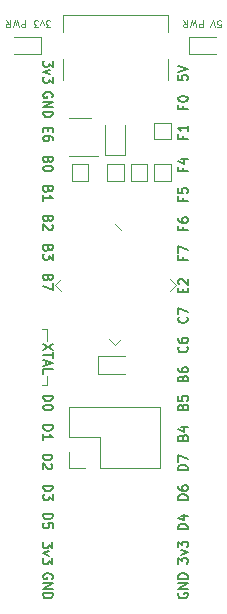
<source format=gbr>
%TF.GenerationSoftware,KiCad,Pcbnew,5.1.6-c6e7f7d~87~ubuntu18.04.1*%
%TF.CreationDate,2020-08-19T11:44:15-04:00*%
%TF.ProjectId,atmegaXu4_breakout,61746d65-6761-4587-9534-5f627265616b,rev?*%
%TF.SameCoordinates,Original*%
%TF.FileFunction,Legend,Top*%
%TF.FilePolarity,Positive*%
%FSLAX46Y46*%
G04 Gerber Fmt 4.6, Leading zero omitted, Abs format (unit mm)*
G04 Created by KiCad (PCBNEW 5.1.6-c6e7f7d~87~ubuntu18.04.1) date 2020-08-19 11:44:15*
%MOMM*%
%LPD*%
G01*
G04 APERTURE LIST*
%ADD10C,0.150000*%
%ADD11C,0.120000*%
%ADD12C,0.125000*%
G04 APERTURE END LIST*
D10*
X-6161904Y-32409523D02*
X-5361904Y-32409523D01*
X-5361904Y-32600000D01*
X-5400000Y-32714285D01*
X-5476190Y-32790476D01*
X-5552380Y-32828571D01*
X-5704761Y-32866666D01*
X-5819047Y-32866666D01*
X-5971428Y-32828571D01*
X-6047619Y-32790476D01*
X-6123809Y-32714285D01*
X-6161904Y-32600000D01*
X-6161904Y-32409523D01*
X-5438095Y-33171428D02*
X-5400000Y-33209523D01*
X-5361904Y-33285714D01*
X-5361904Y-33476190D01*
X-5400000Y-33552380D01*
X-5438095Y-33590476D01*
X-5514285Y-33628571D01*
X-5590476Y-33628571D01*
X-5704761Y-33590476D01*
X-6161904Y-33133333D01*
X-6161904Y-33628571D01*
D11*
X-5750000Y-26500000D02*
X-6250000Y-26500000D01*
X-5750000Y-25750000D02*
X-5750000Y-26500000D01*
X-5750000Y-21750000D02*
X-6250000Y-21750000D01*
X-5750000Y-22750000D02*
X-5750000Y-21750000D01*
D10*
X-5311904Y-23011904D02*
X-6111904Y-23545238D01*
X-5311904Y-23545238D02*
X-6111904Y-23011904D01*
X-5311904Y-23735714D02*
X-5311904Y-24192857D01*
X-6111904Y-23964285D02*
X-5311904Y-23964285D01*
X-5883333Y-24421428D02*
X-5883333Y-24802380D01*
X-6111904Y-24345238D02*
X-5311904Y-24611904D01*
X-6111904Y-24878571D01*
X-6111904Y-25526190D02*
X-6111904Y-25145238D01*
X-5311904Y-25145238D01*
X-5311904Y952380D02*
X-5311904Y457142D01*
X-5616666Y723809D01*
X-5616666Y609523D01*
X-5654761Y533333D01*
X-5692857Y495238D01*
X-5769047Y457142D01*
X-5959523Y457142D01*
X-6035714Y495238D01*
X-6073809Y533333D01*
X-6111904Y609523D01*
X-6111904Y838095D01*
X-6073809Y914285D01*
X-6035714Y952380D01*
X-5578571Y190476D02*
X-6111904Y0D01*
X-5578571Y-190476D01*
X-5311904Y-419047D02*
X-5311904Y-914285D01*
X-5616666Y-647619D01*
X-5616666Y-761904D01*
X-5654761Y-838095D01*
X-5692857Y-876190D01*
X-5769047Y-914285D01*
X-5959523Y-914285D01*
X-6035714Y-876190D01*
X-6073809Y-838095D01*
X-6111904Y-761904D01*
X-6111904Y-533333D01*
X-6073809Y-457142D01*
X-6035714Y-419047D01*
X-5350000Y-2140476D02*
X-5311904Y-2064285D01*
X-5311904Y-1950000D01*
X-5350000Y-1835714D01*
X-5426190Y-1759523D01*
X-5502380Y-1721428D01*
X-5654761Y-1683333D01*
X-5769047Y-1683333D01*
X-5921428Y-1721428D01*
X-5997619Y-1759523D01*
X-6073809Y-1835714D01*
X-6111904Y-1950000D01*
X-6111904Y-2026190D01*
X-6073809Y-2140476D01*
X-6035714Y-2178571D01*
X-5769047Y-2178571D01*
X-5769047Y-2026190D01*
X-6111904Y-2521428D02*
X-5311904Y-2521428D01*
X-6111904Y-2978571D01*
X-5311904Y-2978571D01*
X-6111904Y-3359523D02*
X-5311904Y-3359523D01*
X-5311904Y-3549999D01*
X-5350000Y-3664285D01*
X-5426190Y-3740476D01*
X-5502380Y-3778571D01*
X-5654761Y-3816666D01*
X-5769047Y-3816666D01*
X-5921428Y-3778571D01*
X-5997619Y-3740476D01*
X-6073809Y-3664285D01*
X-6111904Y-3549999D01*
X-6111904Y-3359523D01*
X-5692857Y-4697619D02*
X-5692857Y-4964285D01*
X-6111904Y-5078571D02*
X-6111904Y-4697619D01*
X-5311904Y-4697619D01*
X-5311904Y-5078571D01*
X-5311904Y-5764285D02*
X-5311904Y-5611904D01*
X-5350000Y-5535714D01*
X-5388095Y-5497619D01*
X-5502380Y-5421428D01*
X-5654761Y-5383333D01*
X-5959523Y-5383333D01*
X-6035714Y-5421428D01*
X-6073809Y-5459523D01*
X-6111904Y-5535714D01*
X-6111904Y-5688095D01*
X-6073809Y-5764285D01*
X-6035714Y-5802380D01*
X-5959523Y-5840476D01*
X-5769047Y-5840476D01*
X-5692857Y-5802380D01*
X-5654761Y-5764285D01*
X-5616666Y-5688095D01*
X-5616666Y-5535714D01*
X-5654761Y-5459523D01*
X-5692857Y-5421428D01*
X-5769047Y-5383333D01*
X-5692857Y-7426190D02*
X-5730952Y-7540476D01*
X-5769047Y-7578571D01*
X-5845238Y-7616666D01*
X-5959523Y-7616666D01*
X-6035714Y-7578571D01*
X-6073809Y-7540476D01*
X-6111904Y-7464285D01*
X-6111904Y-7159523D01*
X-5311904Y-7159523D01*
X-5311904Y-7426190D01*
X-5350000Y-7502380D01*
X-5388095Y-7540476D01*
X-5464285Y-7578571D01*
X-5540476Y-7578571D01*
X-5616666Y-7540476D01*
X-5654761Y-7502380D01*
X-5692857Y-7426190D01*
X-5692857Y-7159523D01*
X-5311904Y-8111904D02*
X-5311904Y-8188095D01*
X-5350000Y-8264285D01*
X-5388095Y-8302380D01*
X-5464285Y-8340476D01*
X-5616666Y-8378571D01*
X-5807142Y-8378571D01*
X-5959523Y-8340476D01*
X-6035714Y-8302380D01*
X-6073809Y-8264285D01*
X-6111904Y-8188095D01*
X-6111904Y-8111904D01*
X-6073809Y-8035714D01*
X-6035714Y-7997619D01*
X-5959523Y-7959523D01*
X-5807142Y-7921428D01*
X-5616666Y-7921428D01*
X-5464285Y-7959523D01*
X-5388095Y-7997619D01*
X-5350000Y-8035714D01*
X-5311904Y-8111904D01*
X-5692857Y-9926190D02*
X-5730952Y-10040476D01*
X-5769047Y-10078571D01*
X-5845238Y-10116666D01*
X-5959523Y-10116666D01*
X-6035714Y-10078571D01*
X-6073809Y-10040476D01*
X-6111904Y-9964285D01*
X-6111904Y-9659523D01*
X-5311904Y-9659523D01*
X-5311904Y-9926190D01*
X-5350000Y-10002380D01*
X-5388095Y-10040476D01*
X-5464285Y-10078571D01*
X-5540476Y-10078571D01*
X-5616666Y-10040476D01*
X-5654761Y-10002380D01*
X-5692857Y-9926190D01*
X-5692857Y-9659523D01*
X-6111904Y-10878571D02*
X-6111904Y-10421428D01*
X-6111904Y-10650000D02*
X-5311904Y-10650000D01*
X-5426190Y-10573809D01*
X-5502380Y-10497619D01*
X-5540476Y-10421428D01*
X-5692857Y-12426190D02*
X-5730952Y-12540476D01*
X-5769047Y-12578571D01*
X-5845238Y-12616666D01*
X-5959523Y-12616666D01*
X-6035714Y-12578571D01*
X-6073809Y-12540476D01*
X-6111904Y-12464285D01*
X-6111904Y-12159523D01*
X-5311904Y-12159523D01*
X-5311904Y-12426190D01*
X-5350000Y-12502380D01*
X-5388095Y-12540476D01*
X-5464285Y-12578571D01*
X-5540476Y-12578571D01*
X-5616666Y-12540476D01*
X-5654761Y-12502380D01*
X-5692857Y-12426190D01*
X-5692857Y-12159523D01*
X-5388095Y-12921428D02*
X-5350000Y-12959523D01*
X-5311904Y-13035714D01*
X-5311904Y-13226190D01*
X-5350000Y-13302380D01*
X-5388095Y-13340476D01*
X-5464285Y-13378571D01*
X-5540476Y-13378571D01*
X-5654761Y-13340476D01*
X-6111904Y-12883333D01*
X-6111904Y-13378571D01*
X-5692857Y-14926190D02*
X-5730952Y-15040476D01*
X-5769047Y-15078571D01*
X-5845238Y-15116666D01*
X-5959523Y-15116666D01*
X-6035714Y-15078571D01*
X-6073809Y-15040476D01*
X-6111904Y-14964285D01*
X-6111904Y-14659523D01*
X-5311904Y-14659523D01*
X-5311904Y-14926190D01*
X-5350000Y-15002380D01*
X-5388095Y-15040476D01*
X-5464285Y-15078571D01*
X-5540476Y-15078571D01*
X-5616666Y-15040476D01*
X-5654761Y-15002380D01*
X-5692857Y-14926190D01*
X-5692857Y-14659523D01*
X-5311904Y-15383333D02*
X-5311904Y-15878571D01*
X-5616666Y-15611904D01*
X-5616666Y-15726190D01*
X-5654761Y-15802380D01*
X-5692857Y-15840476D01*
X-5769047Y-15878571D01*
X-5959523Y-15878571D01*
X-6035714Y-15840476D01*
X-6073809Y-15802380D01*
X-6111904Y-15726190D01*
X-6111904Y-15497619D01*
X-6073809Y-15421428D01*
X-6035714Y-15383333D01*
X-5692857Y-17426190D02*
X-5730952Y-17540476D01*
X-5769047Y-17578571D01*
X-5845238Y-17616666D01*
X-5959523Y-17616666D01*
X-6035714Y-17578571D01*
X-6073809Y-17540476D01*
X-6111904Y-17464285D01*
X-6111904Y-17159523D01*
X-5311904Y-17159523D01*
X-5311904Y-17426190D01*
X-5350000Y-17502380D01*
X-5388095Y-17540476D01*
X-5464285Y-17578571D01*
X-5540476Y-17578571D01*
X-5616666Y-17540476D01*
X-5654761Y-17502380D01*
X-5692857Y-17426190D01*
X-5692857Y-17159523D01*
X-5311904Y-17883333D02*
X-5311904Y-18416666D01*
X-6111904Y-18073809D01*
X-6111904Y-27409523D02*
X-5311904Y-27409523D01*
X-5311904Y-27600000D01*
X-5350000Y-27714285D01*
X-5426190Y-27790476D01*
X-5502380Y-27828571D01*
X-5654761Y-27866666D01*
X-5769047Y-27866666D01*
X-5921428Y-27828571D01*
X-5997619Y-27790476D01*
X-6073809Y-27714285D01*
X-6111904Y-27600000D01*
X-6111904Y-27409523D01*
X-5311904Y-28361904D02*
X-5311904Y-28438095D01*
X-5350000Y-28514285D01*
X-5388095Y-28552380D01*
X-5464285Y-28590476D01*
X-5616666Y-28628571D01*
X-5807142Y-28628571D01*
X-5959523Y-28590476D01*
X-6035714Y-28552380D01*
X-6073809Y-28514285D01*
X-6111904Y-28438095D01*
X-6111904Y-28361904D01*
X-6073809Y-28285714D01*
X-6035714Y-28247619D01*
X-5959523Y-28209523D01*
X-5807142Y-28171428D01*
X-5616666Y-28171428D01*
X-5464285Y-28209523D01*
X-5388095Y-28247619D01*
X-5350000Y-28285714D01*
X-5311904Y-28361904D01*
X-6111904Y-29909523D02*
X-5311904Y-29909523D01*
X-5311904Y-30100000D01*
X-5350000Y-30214285D01*
X-5426190Y-30290476D01*
X-5502380Y-30328571D01*
X-5654761Y-30366666D01*
X-5769047Y-30366666D01*
X-5921428Y-30328571D01*
X-5997619Y-30290476D01*
X-6073809Y-30214285D01*
X-6111904Y-30100000D01*
X-6111904Y-29909523D01*
X-6111904Y-31128571D02*
X-6111904Y-30671428D01*
X-6111904Y-30900000D02*
X-5311904Y-30900000D01*
X-5426190Y-30823809D01*
X-5502380Y-30747619D01*
X-5540476Y-30671428D01*
X-6111904Y-35009523D02*
X-5311904Y-35009523D01*
X-5311904Y-35200000D01*
X-5350000Y-35314285D01*
X-5426190Y-35390476D01*
X-5502380Y-35428571D01*
X-5654761Y-35466666D01*
X-5769047Y-35466666D01*
X-5921428Y-35428571D01*
X-5997619Y-35390476D01*
X-6073809Y-35314285D01*
X-6111904Y-35200000D01*
X-6111904Y-35009523D01*
X-5311904Y-35733333D02*
X-5311904Y-36228571D01*
X-5616666Y-35961904D01*
X-5616666Y-36076190D01*
X-5654761Y-36152380D01*
X-5692857Y-36190476D01*
X-5769047Y-36228571D01*
X-5959523Y-36228571D01*
X-6035714Y-36190476D01*
X-6073809Y-36152380D01*
X-6111904Y-36076190D01*
X-6111904Y-35847619D01*
X-6073809Y-35771428D01*
X-6035714Y-35733333D01*
X-6111904Y-37409523D02*
X-5311904Y-37409523D01*
X-5311904Y-37600000D01*
X-5350000Y-37714285D01*
X-5426190Y-37790476D01*
X-5502380Y-37828571D01*
X-5654761Y-37866666D01*
X-5769047Y-37866666D01*
X-5921428Y-37828571D01*
X-5997619Y-37790476D01*
X-6073809Y-37714285D01*
X-6111904Y-37600000D01*
X-6111904Y-37409523D01*
X-5311904Y-38590476D02*
X-5311904Y-38209523D01*
X-5692857Y-38171428D01*
X-5654761Y-38209523D01*
X-5616666Y-38285714D01*
X-5616666Y-38476190D01*
X-5654761Y-38552380D01*
X-5692857Y-38590476D01*
X-5769047Y-38628571D01*
X-5959523Y-38628571D01*
X-6035714Y-38590476D01*
X-6073809Y-38552380D01*
X-6111904Y-38476190D01*
X-6111904Y-38285714D01*
X-6073809Y-38209523D01*
X-6035714Y-38171428D01*
X-5340864Y-39797619D02*
X-5340864Y-40292857D01*
X-5645626Y-40026190D01*
X-5645626Y-40140476D01*
X-5683721Y-40216666D01*
X-5721817Y-40254761D01*
X-5798007Y-40292857D01*
X-5988483Y-40292857D01*
X-6064674Y-40254761D01*
X-6102769Y-40216666D01*
X-6140864Y-40140476D01*
X-6140864Y-39911904D01*
X-6102769Y-39835714D01*
X-6064674Y-39797619D01*
X-5607531Y-40559523D02*
X-6140864Y-40750000D01*
X-5607531Y-40940476D01*
X-5340864Y-41169047D02*
X-5340864Y-41664285D01*
X-5645626Y-41397619D01*
X-5645626Y-41511904D01*
X-5683721Y-41588095D01*
X-5721817Y-41626190D01*
X-5798007Y-41664285D01*
X-5988483Y-41664285D01*
X-6064674Y-41626190D01*
X-6102769Y-41588095D01*
X-6140864Y-41511904D01*
X-6140864Y-41283333D01*
X-6102769Y-41207142D01*
X-6064674Y-41169047D01*
X-5363388Y-42890476D02*
X-5325292Y-42814285D01*
X-5325292Y-42700000D01*
X-5363388Y-42585714D01*
X-5439578Y-42509523D01*
X-5515768Y-42471428D01*
X-5668149Y-42433333D01*
X-5782435Y-42433333D01*
X-5934816Y-42471428D01*
X-6011007Y-42509523D01*
X-6087197Y-42585714D01*
X-6125292Y-42700000D01*
X-6125292Y-42776190D01*
X-6087197Y-42890476D01*
X-6049102Y-42928571D01*
X-5782435Y-42928571D01*
X-5782435Y-42776190D01*
X-6125292Y-43271428D02*
X-5325292Y-43271428D01*
X-6125292Y-43728571D01*
X-5325292Y-43728571D01*
X-6125292Y-44109523D02*
X-5325292Y-44109523D01*
X-5325292Y-44300000D01*
X-5363388Y-44414285D01*
X-5439578Y-44490476D01*
X-5515768Y-44528571D01*
X-5668149Y-44566666D01*
X-5782435Y-44566666D01*
X-5934816Y-44528571D01*
X-6011007Y-44490476D01*
X-6087197Y-44414285D01*
X-6125292Y-44300000D01*
X-6125292Y-44109523D01*
D12*
X-5506423Y3779140D02*
X-5877852Y3779140D01*
X-5677852Y4007712D01*
X-5763566Y4007712D01*
X-5820709Y4036283D01*
X-5849280Y4064854D01*
X-5877852Y4121997D01*
X-5877852Y4264854D01*
X-5849280Y4321997D01*
X-5820709Y4350569D01*
X-5763566Y4379140D01*
X-5592138Y4379140D01*
X-5534995Y4350569D01*
X-5506423Y4321997D01*
X-6077852Y3979140D02*
X-6220709Y4379140D01*
X-6363566Y3979140D01*
X-6534995Y3779140D02*
X-6906423Y3779140D01*
X-6706423Y4007712D01*
X-6792138Y4007712D01*
X-6849280Y4036283D01*
X-6877852Y4064854D01*
X-6906423Y4121997D01*
X-6906423Y4264854D01*
X-6877852Y4321997D01*
X-6849280Y4350569D01*
X-6792138Y4379140D01*
X-6620709Y4379140D01*
X-6563566Y4350569D01*
X-6534995Y4321997D01*
X-7620709Y4379140D02*
X-7620709Y3779140D01*
X-7849280Y3779140D01*
X-7906423Y3807712D01*
X-7934995Y3836283D01*
X-7963566Y3893426D01*
X-7963566Y3979140D01*
X-7934995Y4036283D01*
X-7906423Y4064854D01*
X-7849280Y4093426D01*
X-7620709Y4093426D01*
X-8163566Y3779140D02*
X-8306423Y4379140D01*
X-8420709Y3950569D01*
X-8534995Y4379140D01*
X-8677852Y3779140D01*
X-9249280Y4379140D02*
X-9049280Y4093426D01*
X-8906423Y4379140D02*
X-8906423Y3779140D01*
X-9134995Y3779140D01*
X-9192138Y3807712D01*
X-9220709Y3836283D01*
X-9249280Y3893426D01*
X-9249280Y3979140D01*
X-9220709Y4036283D01*
X-9192138Y4064854D01*
X-9134995Y4093426D01*
X-8906423Y4093426D01*
X8643576Y3779140D02*
X8929290Y3779140D01*
X8957862Y4064854D01*
X8929290Y4036283D01*
X8872147Y4007712D01*
X8729290Y4007712D01*
X8672147Y4036283D01*
X8643576Y4064854D01*
X8615004Y4121997D01*
X8615004Y4264854D01*
X8643576Y4321997D01*
X8672147Y4350569D01*
X8729290Y4379140D01*
X8872147Y4379140D01*
X8929290Y4350569D01*
X8957862Y4321997D01*
X8443576Y3779140D02*
X8243576Y4379140D01*
X8043576Y3779140D01*
X7386433Y4379140D02*
X7386433Y3779140D01*
X7157862Y3779140D01*
X7100719Y3807712D01*
X7072147Y3836283D01*
X7043576Y3893426D01*
X7043576Y3979140D01*
X7072147Y4036283D01*
X7100719Y4064854D01*
X7157862Y4093426D01*
X7386433Y4093426D01*
X6843576Y3779140D02*
X6700719Y4379140D01*
X6586433Y3950569D01*
X6472147Y4379140D01*
X6329290Y3779140D01*
X5757862Y4379140D02*
X5957862Y4093426D01*
X6100719Y4379140D02*
X6100719Y3779140D01*
X5872147Y3779140D01*
X5815004Y3807712D01*
X5786433Y3836283D01*
X5757862Y3893426D01*
X5757862Y3979140D01*
X5786433Y4036283D01*
X5815004Y4064854D01*
X5872147Y4093426D01*
X6100719Y4093426D01*
D10*
X5311904Y-256713D02*
X5311904Y-637666D01*
X5692857Y-675761D01*
X5654761Y-637666D01*
X5616666Y-561475D01*
X5616666Y-370999D01*
X5654761Y-294809D01*
X5692857Y-256713D01*
X5769047Y-218618D01*
X5959523Y-218618D01*
X6035714Y-256713D01*
X6073809Y-294809D01*
X6111904Y-370999D01*
X6111904Y-561475D01*
X6073809Y-637666D01*
X6035714Y-675761D01*
X5311904Y9952D02*
X6111904Y276619D01*
X5311904Y543286D01*
X5692857Y-2870999D02*
X5692857Y-3137666D01*
X6111904Y-3137666D02*
X5311904Y-3137666D01*
X5311904Y-2756713D01*
X5311904Y-2299571D02*
X5311904Y-2223380D01*
X5350000Y-2147190D01*
X5388095Y-2109094D01*
X5464285Y-2070999D01*
X5616666Y-2032904D01*
X5807142Y-2032904D01*
X5959523Y-2070999D01*
X6035714Y-2109094D01*
X6073809Y-2147190D01*
X6111904Y-2223380D01*
X6111904Y-2299571D01*
X6073809Y-2375761D01*
X6035714Y-2413856D01*
X5959523Y-2451952D01*
X5807142Y-2490047D01*
X5616666Y-2490047D01*
X5464285Y-2451952D01*
X5388095Y-2413856D01*
X5350000Y-2375761D01*
X5311904Y-2299571D01*
X5692857Y-5370999D02*
X5692857Y-5637666D01*
X6111904Y-5637666D02*
X5311904Y-5637666D01*
X5311904Y-5256713D01*
X6111904Y-4532904D02*
X6111904Y-4990047D01*
X6111904Y-4761475D02*
X5311904Y-4761475D01*
X5426190Y-4837666D01*
X5502380Y-4913856D01*
X5540476Y-4990047D01*
X5692857Y-8120999D02*
X5692857Y-8387666D01*
X6111904Y-8387666D02*
X5311904Y-8387666D01*
X5311904Y-8006713D01*
X5578571Y-7359094D02*
X6111904Y-7359094D01*
X5273809Y-7549571D02*
X5845238Y-7740047D01*
X5845238Y-7244809D01*
X5692857Y-10620999D02*
X5692857Y-10887666D01*
X6111904Y-10887666D02*
X5311904Y-10887666D01*
X5311904Y-10506713D01*
X5311904Y-9820999D02*
X5311904Y-10201952D01*
X5692857Y-10240047D01*
X5654761Y-10201952D01*
X5616666Y-10125761D01*
X5616666Y-9935285D01*
X5654761Y-9859094D01*
X5692857Y-9820999D01*
X5769047Y-9782904D01*
X5959523Y-9782904D01*
X6035714Y-9820999D01*
X6073809Y-9859094D01*
X6111904Y-9935285D01*
X6111904Y-10125761D01*
X6073809Y-10201952D01*
X6035714Y-10240047D01*
X5692857Y-13120999D02*
X5692857Y-13387666D01*
X6111904Y-13387666D02*
X5311904Y-13387666D01*
X5311904Y-13006713D01*
X5311904Y-12359094D02*
X5311904Y-12511475D01*
X5350000Y-12587666D01*
X5388095Y-12625761D01*
X5502380Y-12701952D01*
X5654761Y-12740047D01*
X5959523Y-12740047D01*
X6035714Y-12701952D01*
X6073809Y-12663856D01*
X6111904Y-12587666D01*
X6111904Y-12435285D01*
X6073809Y-12359094D01*
X6035714Y-12320999D01*
X5959523Y-12282904D01*
X5769047Y-12282904D01*
X5692857Y-12320999D01*
X5654761Y-12359094D01*
X5616666Y-12435285D01*
X5616666Y-12587666D01*
X5654761Y-12663856D01*
X5692857Y-12701952D01*
X5769047Y-12740047D01*
X5692857Y-15620999D02*
X5692857Y-15887666D01*
X6111904Y-15887666D02*
X5311904Y-15887666D01*
X5311904Y-15506713D01*
X5311904Y-15278142D02*
X5311904Y-14744809D01*
X6111904Y-15087666D01*
X5692857Y-18656713D02*
X5692857Y-18390047D01*
X6111904Y-18275761D02*
X6111904Y-18656713D01*
X5311904Y-18656713D01*
X5311904Y-18275761D01*
X5388095Y-17970999D02*
X5350000Y-17932904D01*
X5311904Y-17856713D01*
X5311904Y-17666237D01*
X5350000Y-17590047D01*
X5388095Y-17551952D01*
X5464285Y-17513856D01*
X5540476Y-17513856D01*
X5654761Y-17551952D01*
X6111904Y-18009094D01*
X6111904Y-17513856D01*
X6035714Y-20737666D02*
X6073809Y-20775761D01*
X6111904Y-20890047D01*
X6111904Y-20966237D01*
X6073809Y-21080523D01*
X5997619Y-21156713D01*
X5921428Y-21194809D01*
X5769047Y-21232904D01*
X5654761Y-21232904D01*
X5502380Y-21194809D01*
X5426190Y-21156713D01*
X5350000Y-21080523D01*
X5311904Y-20966237D01*
X5311904Y-20890047D01*
X5350000Y-20775761D01*
X5388095Y-20737666D01*
X5311904Y-20470999D02*
X5311904Y-19937666D01*
X6111904Y-20280523D01*
X6035714Y-23237666D02*
X6073809Y-23275761D01*
X6111904Y-23390047D01*
X6111904Y-23466237D01*
X6073809Y-23580523D01*
X5997619Y-23656713D01*
X5921428Y-23694809D01*
X5769047Y-23732904D01*
X5654761Y-23732904D01*
X5502380Y-23694809D01*
X5426190Y-23656713D01*
X5350000Y-23580523D01*
X5311904Y-23466237D01*
X5311904Y-23390047D01*
X5350000Y-23275761D01*
X5388095Y-23237666D01*
X5311904Y-22551952D02*
X5311904Y-22704333D01*
X5350000Y-22780523D01*
X5388095Y-22818618D01*
X5502380Y-22894809D01*
X5654761Y-22932904D01*
X5959523Y-22932904D01*
X6035714Y-22894809D01*
X6073809Y-22856713D01*
X6111904Y-22780523D01*
X6111904Y-22628142D01*
X6073809Y-22551952D01*
X6035714Y-22513856D01*
X5959523Y-22475761D01*
X5769047Y-22475761D01*
X5692857Y-22513856D01*
X5654761Y-22551952D01*
X5616666Y-22628142D01*
X5616666Y-22780523D01*
X5654761Y-22856713D01*
X5692857Y-22894809D01*
X5769047Y-22932904D01*
X5692857Y-25928142D02*
X5730952Y-25813856D01*
X5769047Y-25775761D01*
X5845238Y-25737666D01*
X5959523Y-25737666D01*
X6035714Y-25775761D01*
X6073809Y-25813856D01*
X6111904Y-25890047D01*
X6111904Y-26194809D01*
X5311904Y-26194809D01*
X5311904Y-25928142D01*
X5350000Y-25851952D01*
X5388095Y-25813856D01*
X5464285Y-25775761D01*
X5540476Y-25775761D01*
X5616666Y-25813856D01*
X5654761Y-25851952D01*
X5692857Y-25928142D01*
X5692857Y-26194809D01*
X5311904Y-25051952D02*
X5311904Y-25204333D01*
X5350000Y-25280523D01*
X5388095Y-25318618D01*
X5502380Y-25394809D01*
X5654761Y-25432904D01*
X5959523Y-25432904D01*
X6035714Y-25394809D01*
X6073809Y-25356713D01*
X6111904Y-25280523D01*
X6111904Y-25128142D01*
X6073809Y-25051952D01*
X6035714Y-25013856D01*
X5959523Y-24975761D01*
X5769047Y-24975761D01*
X5692857Y-25013856D01*
X5654761Y-25051952D01*
X5616666Y-25128142D01*
X5616666Y-25280523D01*
X5654761Y-25356713D01*
X5692857Y-25394809D01*
X5769047Y-25432904D01*
X5350000Y-44109523D02*
X5311904Y-44185714D01*
X5311904Y-44300000D01*
X5350000Y-44414285D01*
X5426190Y-44490476D01*
X5502380Y-44528571D01*
X5654761Y-44566666D01*
X5769047Y-44566666D01*
X5921428Y-44528571D01*
X5997619Y-44490476D01*
X6073809Y-44414285D01*
X6111904Y-44300000D01*
X6111904Y-44223809D01*
X6073809Y-44109523D01*
X6035714Y-44071428D01*
X5769047Y-44071428D01*
X5769047Y-44223809D01*
X6111904Y-43728571D02*
X5311904Y-43728571D01*
X6111904Y-43271428D01*
X5311904Y-43271428D01*
X6111904Y-42890476D02*
X5311904Y-42890476D01*
X5311904Y-42700000D01*
X5350000Y-42585714D01*
X5426190Y-42509523D01*
X5502380Y-42471428D01*
X5654761Y-42433333D01*
X5769047Y-42433333D01*
X5921428Y-42471428D01*
X5997619Y-42509523D01*
X6073809Y-42585714D01*
X6111904Y-42700000D01*
X6111904Y-42890476D01*
X5704424Y-28340234D02*
X5742519Y-28225948D01*
X5780614Y-28187853D01*
X5856805Y-28149758D01*
X5971090Y-28149758D01*
X6047281Y-28187853D01*
X6085376Y-28225948D01*
X6123471Y-28302139D01*
X6123471Y-28606901D01*
X5323471Y-28606901D01*
X5323471Y-28340234D01*
X5361567Y-28264044D01*
X5399662Y-28225948D01*
X5475852Y-28187853D01*
X5552043Y-28187853D01*
X5628233Y-28225948D01*
X5666328Y-28264044D01*
X5704424Y-28340234D01*
X5704424Y-28606901D01*
X5323471Y-27425948D02*
X5323471Y-27806901D01*
X5704424Y-27844996D01*
X5666328Y-27806901D01*
X5628233Y-27730710D01*
X5628233Y-27540234D01*
X5666328Y-27464044D01*
X5704424Y-27425948D01*
X5780614Y-27387853D01*
X5971090Y-27387853D01*
X6047281Y-27425948D01*
X6085376Y-27464044D01*
X6123471Y-27540234D01*
X6123471Y-27730710D01*
X6085376Y-27806901D01*
X6047281Y-27844996D01*
X5692857Y-30928142D02*
X5730952Y-30813856D01*
X5769047Y-30775761D01*
X5845238Y-30737666D01*
X5959523Y-30737666D01*
X6035714Y-30775761D01*
X6073809Y-30813856D01*
X6111904Y-30890047D01*
X6111904Y-31194809D01*
X5311904Y-31194809D01*
X5311904Y-30928142D01*
X5350000Y-30851952D01*
X5388095Y-30813856D01*
X5464285Y-30775761D01*
X5540476Y-30775761D01*
X5616666Y-30813856D01*
X5654761Y-30851952D01*
X5692857Y-30928142D01*
X5692857Y-31194809D01*
X5578571Y-30051952D02*
X6111904Y-30051952D01*
X5273809Y-30242428D02*
X5845238Y-30432904D01*
X5845238Y-29937666D01*
X6111904Y-33694809D02*
X5311904Y-33694809D01*
X5311904Y-33504333D01*
X5350000Y-33390047D01*
X5426190Y-33313856D01*
X5502380Y-33275761D01*
X5654761Y-33237666D01*
X5769047Y-33237666D01*
X5921428Y-33275761D01*
X5997619Y-33313856D01*
X6073809Y-33390047D01*
X6111904Y-33504333D01*
X6111904Y-33694809D01*
X5311904Y-32970999D02*
X5311904Y-32437666D01*
X6111904Y-32780523D01*
X6111904Y-36194809D02*
X5311904Y-36194809D01*
X5311904Y-36004333D01*
X5350000Y-35890047D01*
X5426190Y-35813856D01*
X5502380Y-35775761D01*
X5654761Y-35737666D01*
X5769047Y-35737666D01*
X5921428Y-35775761D01*
X5997619Y-35813856D01*
X6073809Y-35890047D01*
X6111904Y-36004333D01*
X6111904Y-36194809D01*
X5311904Y-35051952D02*
X5311904Y-35204333D01*
X5350000Y-35280523D01*
X5388095Y-35318618D01*
X5502380Y-35394809D01*
X5654761Y-35432904D01*
X5959523Y-35432904D01*
X6035714Y-35394809D01*
X6073809Y-35356713D01*
X6111904Y-35280523D01*
X6111904Y-35128142D01*
X6073809Y-35051952D01*
X6035714Y-35013856D01*
X5959523Y-34975761D01*
X5769047Y-34975761D01*
X5692857Y-35013856D01*
X5654761Y-35051952D01*
X5616666Y-35128142D01*
X5616666Y-35280523D01*
X5654761Y-35356713D01*
X5692857Y-35394809D01*
X5769047Y-35432904D01*
X5311904Y-41611271D02*
X5311904Y-41116033D01*
X5616666Y-41382700D01*
X5616666Y-41268414D01*
X5654761Y-41192224D01*
X5692857Y-41154129D01*
X5769047Y-41116033D01*
X5959523Y-41116033D01*
X6035714Y-41154129D01*
X6073809Y-41192224D01*
X6111904Y-41268414D01*
X6111904Y-41496986D01*
X6073809Y-41573176D01*
X6035714Y-41611271D01*
X5578571Y-40849367D02*
X6111904Y-40658891D01*
X5578571Y-40468414D01*
X5311904Y-40239843D02*
X5311904Y-39744605D01*
X5616666Y-40011271D01*
X5616666Y-39896986D01*
X5654761Y-39820795D01*
X5692857Y-39782700D01*
X5769047Y-39744605D01*
X5959523Y-39744605D01*
X6035714Y-39782700D01*
X6073809Y-39820795D01*
X6111904Y-39896986D01*
X6111904Y-40125557D01*
X6073809Y-40201748D01*
X6035714Y-40239843D01*
X6111904Y-38694809D02*
X5311904Y-38694809D01*
X5311904Y-38504333D01*
X5350000Y-38390047D01*
X5426190Y-38313856D01*
X5502380Y-38275761D01*
X5654761Y-38237666D01*
X5769047Y-38237666D01*
X5921428Y-38275761D01*
X5997619Y-38313856D01*
X6073809Y-38390047D01*
X6111904Y-38504333D01*
X6111904Y-38694809D01*
X5578571Y-37551952D02*
X6111904Y-37551952D01*
X5273809Y-37742428D02*
X5845238Y-37932904D01*
X5845238Y-37437666D01*
D11*
%TO.C,TP5*%
X-3700000Y-7800000D02*
X-2300000Y-7800000D01*
X-2300000Y-7800000D02*
X-2300000Y-9200000D01*
X-2300000Y-9200000D02*
X-3700000Y-9200000D01*
X-3700000Y-9200000D02*
X-3700000Y-7800000D01*
%TO.C,TP4*%
X-700000Y-7800000D02*
X700000Y-7800000D01*
X700000Y-7800000D02*
X700000Y-9200000D01*
X700000Y-9200000D02*
X-700000Y-9200000D01*
X-700000Y-9200000D02*
X-700000Y-7800000D01*
%TO.C,TP3*%
X3300000Y-4300000D02*
X4700000Y-4300000D01*
X4700000Y-4300000D02*
X4700000Y-5700000D01*
X4700000Y-5700000D02*
X3300000Y-5700000D01*
X3300000Y-5700000D02*
X3300000Y-4300000D01*
%TO.C,U1*%
X512652Y-13407341D02*
X0Y-12894689D01*
X0Y-23105311D02*
X512652Y-22592659D01*
X-512652Y-22592659D02*
X0Y-23105311D01*
X-5105311Y-18000000D02*
X-4592659Y-17487348D01*
X-4592659Y-18512652D02*
X-5105311Y-18000000D01*
X5105311Y-18000000D02*
X4592659Y-18512652D01*
X4592659Y-17487348D02*
X5105311Y-18000000D01*
%TO.C,J4*%
X-3930000Y-33530000D02*
X-3930000Y-32200000D01*
X-2600000Y-33530000D02*
X-3930000Y-33530000D01*
X-3930000Y-30930000D02*
X-3930000Y-28330000D01*
X-1330000Y-30930000D02*
X-3930000Y-30930000D01*
X-1330000Y-33530000D02*
X-1330000Y-30930000D01*
X-3930000Y-28330000D02*
X3810000Y-28330000D01*
X-1330000Y-33530000D02*
X3810000Y-33530000D01*
X3810000Y-33530000D02*
X3810000Y-28330000D01*
%TO.C,D4*%
X800000Y-24065000D02*
X-1485000Y-24065000D01*
X-1485000Y-24065000D02*
X-1485000Y-25535000D01*
X-1485000Y-25535000D02*
X800000Y-25535000D01*
%TO.C,D3*%
X-8550000Y1515000D02*
X-6265000Y1515000D01*
X-6265000Y1515000D02*
X-6265000Y2985000D01*
X-6265000Y2985000D02*
X-8550000Y2985000D01*
%TO.C,D2*%
X6265000Y1515000D02*
X8550000Y1515000D01*
X6265000Y2985000D02*
X6265000Y1515000D01*
X8550000Y2985000D02*
X6265000Y2985000D01*
%TO.C,TP2*%
X1300000Y-7800000D02*
X2700000Y-7800000D01*
X2700000Y-7800000D02*
X2700000Y-9200000D01*
X2700000Y-9200000D02*
X1300000Y-9200000D01*
X1300000Y-9200000D02*
X1300000Y-7800000D01*
%TO.C,TP1*%
X3300000Y-7800000D02*
X4700000Y-7800000D01*
X4700000Y-7800000D02*
X4700000Y-9200000D01*
X4700000Y-9200000D02*
X3300000Y-9200000D01*
X3300000Y-9200000D02*
X3300000Y-7800000D01*
%TO.C,U2*%
X-2100000Y-3890000D02*
X-3900000Y-3890000D01*
X-3900000Y-7110000D02*
X-1450000Y-7110000D01*
%TO.C,D1*%
X-850000Y-7000000D02*
X850000Y-7000000D01*
X850000Y-7000000D02*
X850000Y-4450000D01*
X-850000Y-7000000D02*
X-850000Y-4450000D01*
%TO.C,J1*%
X4470000Y-670000D02*
X4470000Y1130000D01*
X4470000Y4840000D02*
X4470000Y3380000D01*
X-4470000Y4840000D02*
X-4470000Y3380000D01*
X-4470000Y-670000D02*
X-4470000Y1130000D01*
X-4470000Y4840000D02*
X4470000Y4840000D01*
%TD*%
M02*

</source>
